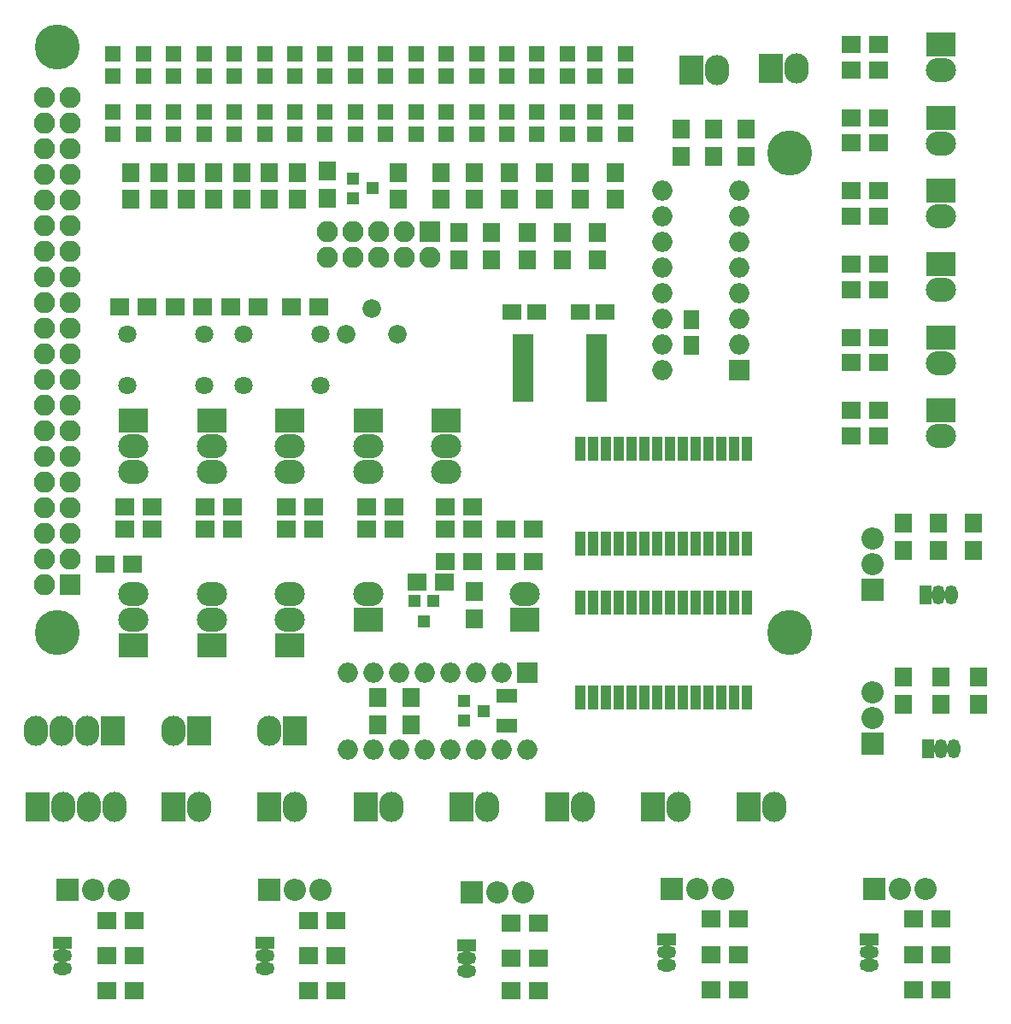
<source format=gbr>
G04 #@! TF.FileFunction,Soldermask,Top*
%FSLAX46Y46*%
G04 Gerber Fmt 4.6, Leading zero omitted, Abs format (unit mm)*
G04 Created by KiCad (PCBNEW 4.0.4-stable) date 06/24/17 02:30:33*
%MOMM*%
%LPD*%
G01*
G04 APERTURE LIST*
%ADD10C,0.100000*%
%ADD11R,3.000000X2.400000*%
%ADD12O,3.000000X2.400000*%
%ADD13R,2.200000X2.200000*%
%ADD14O,2.200000X2.200000*%
%ADD15C,4.464000*%
%ADD16R,1.700000X1.900000*%
%ADD17R,1.600000X1.600000*%
%ADD18R,2.000000X1.400000*%
%ADD19R,2.000000X2.000000*%
%ADD20O,2.000000X2.000000*%
%ADD21C,1.797000*%
%ADD22R,1.900000X1.700000*%
%ADD23R,2.400000X3.000000*%
%ADD24O,2.400000X3.000000*%
%ADD25R,2.100000X2.100000*%
%ADD26O,2.100000X2.100000*%
%ADD27R,2.150000X0.850000*%
%ADD28R,1.000000X2.400000*%
%ADD29C,1.840000*%
%ADD30O,1.900000X1.300000*%
%ADD31R,1.900000X1.300000*%
%ADD32O,1.300000X1.900000*%
%ADD33R,1.300000X1.900000*%
%ADD34R,1.900000X1.650000*%
%ADD35R,1.650000X1.900000*%
%ADD36R,1.300000X1.200000*%
%ADD37R,1.200000X1.300000*%
G04 APERTURE END LIST*
D10*
D11*
X67700000Y-90530000D03*
D12*
X67700000Y-87990000D03*
D11*
X59950000Y-70780000D03*
D12*
X59950000Y-73320000D03*
X59950000Y-75860000D03*
D13*
X102325000Y-117155000D03*
D14*
X104865000Y-117155000D03*
X107405000Y-117155000D03*
D13*
X82325000Y-117155000D03*
D14*
X84865000Y-117155000D03*
X87405000Y-117155000D03*
D13*
X102200000Y-102780000D03*
D14*
X102200000Y-100240000D03*
X102200000Y-97700000D03*
D13*
X62450000Y-117530000D03*
D14*
X64990000Y-117530000D03*
X67530000Y-117530000D03*
D13*
X42450000Y-117280000D03*
D14*
X44990000Y-117280000D03*
X47530000Y-117280000D03*
D13*
X22450000Y-117280000D03*
D14*
X24990000Y-117280000D03*
X27530000Y-117280000D03*
D13*
X102200000Y-87530000D03*
D14*
X102200000Y-84990000D03*
X102200000Y-82450000D03*
D15*
X93950000Y-44280000D03*
D16*
X69700000Y-46180000D03*
X69700000Y-48880000D03*
X67950000Y-52180000D03*
X67950000Y-54880000D03*
X66200000Y-46180000D03*
X66200000Y-48880000D03*
D17*
X65950000Y-42380000D03*
X65950000Y-40180000D03*
X59950000Y-42380000D03*
X59950000Y-40180000D03*
X62950000Y-42380000D03*
X62950000Y-40180000D03*
X65950000Y-34430000D03*
X65950000Y-36630000D03*
X62950000Y-34430000D03*
X62950000Y-36630000D03*
X59950000Y-34430000D03*
X59950000Y-36630000D03*
D15*
X93950000Y-91780000D03*
D16*
X61200000Y-52180000D03*
X61200000Y-54880000D03*
X59450000Y-46180000D03*
X59450000Y-48880000D03*
X64450000Y-52180000D03*
X64450000Y-54880000D03*
X62700000Y-46180000D03*
X62700000Y-48880000D03*
X71450000Y-52180000D03*
X71450000Y-54880000D03*
X74950000Y-52180000D03*
X74950000Y-54880000D03*
X73200000Y-46180000D03*
X73200000Y-48880000D03*
X76700000Y-46180000D03*
X76700000Y-48880000D03*
X39700000Y-46180000D03*
X39700000Y-48880000D03*
X42450000Y-46180000D03*
X42450000Y-48880000D03*
D17*
X47950000Y-42380000D03*
X47950000Y-40180000D03*
X50950000Y-42380000D03*
X50950000Y-40180000D03*
X53950000Y-42380000D03*
X53950000Y-40180000D03*
X56950000Y-42380000D03*
X56950000Y-40180000D03*
X47950000Y-34430000D03*
X47950000Y-36630000D03*
X50950000Y-34430000D03*
X50950000Y-36630000D03*
X53950000Y-34430000D03*
X53950000Y-36630000D03*
X56950000Y-34430000D03*
X56950000Y-36630000D03*
X68950000Y-42380000D03*
X68950000Y-40180000D03*
X77700000Y-42380000D03*
X77700000Y-40180000D03*
X71950000Y-42380000D03*
X71950000Y-40180000D03*
X74700000Y-42380000D03*
X74700000Y-40180000D03*
X68950000Y-34430000D03*
X68950000Y-36630000D03*
X71950000Y-34430000D03*
X71950000Y-36630000D03*
X77700000Y-34430000D03*
X77700000Y-36630000D03*
X74700000Y-34430000D03*
X74700000Y-36630000D03*
X38950000Y-42380000D03*
X38950000Y-40180000D03*
X41950000Y-42380000D03*
X41950000Y-40180000D03*
D18*
X65950000Y-101030000D03*
X65950000Y-98030000D03*
D15*
X21450000Y-33780000D03*
D19*
X88950000Y-65780000D03*
D20*
X81330000Y-48000000D03*
X88950000Y-63240000D03*
X81330000Y-50540000D03*
X88950000Y-60700000D03*
X81330000Y-53080000D03*
X88950000Y-58160000D03*
X81330000Y-55620000D03*
X88950000Y-55620000D03*
X81330000Y-58160000D03*
X88950000Y-53080000D03*
X81330000Y-60700000D03*
X88950000Y-50540000D03*
X81330000Y-63240000D03*
X88950000Y-48000000D03*
X81330000Y-65780000D03*
D21*
X39890000Y-67320000D03*
X39890000Y-62240000D03*
X47510000Y-67320000D03*
X47510000Y-62240000D03*
X28390000Y-67320000D03*
X28390000Y-62240000D03*
X36010000Y-67320000D03*
X36010000Y-62240000D03*
D22*
X41300000Y-59530000D03*
X38600000Y-59530000D03*
X44600000Y-59530000D03*
X47300000Y-59530000D03*
X33100000Y-59530000D03*
X35800000Y-59530000D03*
X30300000Y-59530000D03*
X27600000Y-59530000D03*
D16*
X28700000Y-46180000D03*
X28700000Y-48880000D03*
X31450000Y-46180000D03*
X31450000Y-48880000D03*
X34200000Y-46180000D03*
X34200000Y-48880000D03*
X36950000Y-46180000D03*
X36950000Y-48880000D03*
X45200000Y-46180000D03*
X45200000Y-48880000D03*
D17*
X26950000Y-42380000D03*
X26950000Y-40180000D03*
X29950000Y-42380000D03*
X29950000Y-40180000D03*
X32950000Y-42380000D03*
X32950000Y-40180000D03*
X35950000Y-42380000D03*
X35950000Y-40180000D03*
X26950000Y-34430000D03*
X26950000Y-36630000D03*
X29950000Y-34430000D03*
X29950000Y-36630000D03*
X32950000Y-34430000D03*
X32950000Y-36630000D03*
X35950000Y-34430000D03*
X35950000Y-36630000D03*
X38950000Y-34430000D03*
X38950000Y-36630000D03*
X41950000Y-34430000D03*
X41950000Y-36630000D03*
X44950000Y-34430000D03*
X44950000Y-36630000D03*
X44950000Y-42380000D03*
X44950000Y-40180000D03*
D11*
X52200000Y-90530000D03*
D12*
X52200000Y-87990000D03*
D23*
X70950000Y-109030000D03*
D24*
X73490000Y-109030000D03*
D23*
X61450000Y-109030000D03*
D24*
X63990000Y-109030000D03*
D23*
X51950000Y-109030000D03*
D24*
X54490000Y-109030000D03*
D23*
X42450000Y-109030000D03*
D24*
X44990000Y-109030000D03*
D23*
X32950000Y-109030000D03*
D24*
X35490000Y-109030000D03*
D11*
X28950000Y-93030000D03*
D12*
X28950000Y-90490000D03*
X28950000Y-87950000D03*
D11*
X36700000Y-93030000D03*
D12*
X36700000Y-90490000D03*
X36700000Y-87950000D03*
D11*
X44450000Y-93030000D03*
D12*
X44450000Y-90490000D03*
X44450000Y-87950000D03*
D23*
X92075000Y-35905000D03*
D24*
X94615000Y-35905000D03*
D11*
X108950000Y-33530000D03*
D12*
X108950000Y-36070000D03*
D11*
X108950000Y-40780000D03*
D12*
X108950000Y-43320000D03*
D11*
X108950000Y-48030000D03*
D12*
X108950000Y-50570000D03*
D11*
X108950000Y-55280000D03*
D12*
X108950000Y-57820000D03*
D11*
X108950000Y-62530000D03*
D12*
X108950000Y-65070000D03*
D11*
X108950000Y-69780000D03*
D12*
X108950000Y-72320000D03*
D23*
X44950000Y-101530000D03*
D24*
X42410000Y-101530000D03*
D23*
X84200000Y-36030000D03*
D24*
X86740000Y-36030000D03*
D25*
X58350000Y-52030000D03*
D26*
X58350000Y-54570000D03*
X55810000Y-52030000D03*
X55810000Y-54570000D03*
X53270000Y-52030000D03*
X53270000Y-54570000D03*
X50730000Y-52030000D03*
X50730000Y-54570000D03*
X48190000Y-52030000D03*
X48190000Y-54570000D03*
D23*
X89950000Y-109030000D03*
D24*
X92490000Y-109030000D03*
D23*
X80450000Y-109030000D03*
D24*
X82990000Y-109030000D03*
D23*
X19450000Y-109030000D03*
D24*
X21990000Y-109030000D03*
X24530000Y-109030000D03*
X27070000Y-109030000D03*
D23*
X26950000Y-101530000D03*
D24*
X24410000Y-101530000D03*
X21870000Y-101530000D03*
X19330000Y-101530000D03*
D27*
X67600000Y-62605000D03*
X67600000Y-63255000D03*
X67600000Y-63905000D03*
X67600000Y-64555000D03*
X67600000Y-65205000D03*
X67600000Y-65855000D03*
X67600000Y-66505000D03*
X67600000Y-67155000D03*
X67600000Y-67805000D03*
X67600000Y-68455000D03*
X74800000Y-68455000D03*
X74800000Y-67805000D03*
X74800000Y-67155000D03*
X74800000Y-66505000D03*
X74800000Y-65855000D03*
X74800000Y-65205000D03*
X74800000Y-64555000D03*
X74800000Y-63905000D03*
X74800000Y-63255000D03*
X74800000Y-62605000D03*
D28*
X89705000Y-73580000D03*
X88435000Y-73580000D03*
X87165000Y-73580000D03*
X85895000Y-73580000D03*
X84625000Y-73580000D03*
X83355000Y-73580000D03*
X82085000Y-73580000D03*
X80815000Y-73580000D03*
X79545000Y-73580000D03*
X78275000Y-73580000D03*
X77005000Y-73580000D03*
X75735000Y-73580000D03*
X74465000Y-73580000D03*
X73195000Y-73580000D03*
X73195000Y-82980000D03*
X74465000Y-82980000D03*
X75735000Y-82980000D03*
X77005000Y-82980000D03*
X78275000Y-82980000D03*
X79545000Y-82980000D03*
X80815000Y-82980000D03*
X82085000Y-82980000D03*
X83355000Y-82980000D03*
X84625000Y-82980000D03*
X85895000Y-82980000D03*
X87165000Y-82980000D03*
X88435000Y-82980000D03*
X89705000Y-82980000D03*
D29*
X50070000Y-62230000D03*
X52610000Y-59690000D03*
X55150000Y-62230000D03*
D22*
X108925000Y-127155000D03*
X106225000Y-127155000D03*
X88925000Y-127155000D03*
X86225000Y-127155000D03*
X69050000Y-127280000D03*
X66350000Y-127280000D03*
X49050000Y-127280000D03*
X46350000Y-127280000D03*
X29050000Y-127280000D03*
X26350000Y-127280000D03*
X108925000Y-123655000D03*
X106225000Y-123655000D03*
X88925000Y-123655000D03*
X86225000Y-123655000D03*
X69050000Y-124030000D03*
X66350000Y-124030000D03*
X49050000Y-123780000D03*
X46350000Y-123780000D03*
X29050000Y-123780000D03*
X26350000Y-123780000D03*
X106225000Y-120155000D03*
X108925000Y-120155000D03*
X86225000Y-120155000D03*
X88925000Y-120155000D03*
X66350000Y-120530000D03*
X69050000Y-120530000D03*
X46350000Y-120280000D03*
X49050000Y-120280000D03*
X26350000Y-120280000D03*
X29050000Y-120280000D03*
X59800000Y-86780000D03*
X57100000Y-86780000D03*
X62550000Y-84780000D03*
X59850000Y-84780000D03*
D16*
X112200000Y-80930000D03*
X112200000Y-83630000D03*
X112700000Y-96180000D03*
X112700000Y-98880000D03*
X108700000Y-80930000D03*
X108700000Y-83630000D03*
X108950000Y-96180000D03*
X108950000Y-98880000D03*
X62700000Y-90380000D03*
X62700000Y-87680000D03*
X105200000Y-83630000D03*
X105200000Y-80930000D03*
X105200000Y-98880000D03*
X105200000Y-96180000D03*
D22*
X28100000Y-79280000D03*
X30800000Y-79280000D03*
D16*
X83200000Y-44630000D03*
X83200000Y-41930000D03*
D22*
X28100000Y-81530000D03*
X30800000Y-81530000D03*
X102800000Y-57780000D03*
X100100000Y-57780000D03*
X102800000Y-55280000D03*
X100100000Y-55280000D03*
X68550000Y-84780000D03*
X65850000Y-84780000D03*
X68550000Y-81530000D03*
X65850000Y-81530000D03*
D16*
X89700000Y-41930000D03*
X89700000Y-44630000D03*
X86450000Y-41930000D03*
X86450000Y-44630000D03*
D22*
X102800000Y-43280000D03*
X100100000Y-43280000D03*
X102800000Y-65030000D03*
X100100000Y-65030000D03*
X102800000Y-40780000D03*
X100100000Y-40780000D03*
X102800000Y-62530000D03*
X100100000Y-62530000D03*
D16*
X53200000Y-98180000D03*
X53200000Y-100880000D03*
X56450000Y-98180000D03*
X56450000Y-100880000D03*
X55200000Y-48880000D03*
X55200000Y-46180000D03*
X48150000Y-46080000D03*
X48150000Y-48780000D03*
D22*
X26200000Y-85030000D03*
X28900000Y-85030000D03*
X102800000Y-36030000D03*
X100100000Y-36030000D03*
X102800000Y-50530000D03*
X100100000Y-50530000D03*
X102800000Y-72280000D03*
X100100000Y-72280000D03*
X102800000Y-33530000D03*
X100100000Y-33530000D03*
X102800000Y-48030000D03*
X100100000Y-48030000D03*
X102800000Y-69780000D03*
X100100000Y-69780000D03*
D30*
X101825000Y-123425000D03*
X101825000Y-124695000D03*
D31*
X101825000Y-122155000D03*
D30*
X81825000Y-123425000D03*
X81825000Y-124695000D03*
D31*
X81825000Y-122155000D03*
D30*
X61950000Y-124050000D03*
X61950000Y-125320000D03*
D31*
X61950000Y-122780000D03*
D30*
X41950000Y-123800000D03*
X41950000Y-125070000D03*
D31*
X41950000Y-122530000D03*
D30*
X21950000Y-123800000D03*
X21950000Y-125070000D03*
D31*
X21950000Y-122530000D03*
D32*
X108720000Y-88030000D03*
X109990000Y-88030000D03*
D33*
X107450000Y-88030000D03*
D32*
X108970000Y-103280000D03*
X110240000Y-103280000D03*
D33*
X107700000Y-103280000D03*
D25*
X22700000Y-87030000D03*
D26*
X20160000Y-87030000D03*
X22700000Y-84490000D03*
X20160000Y-84490000D03*
X22700000Y-81950000D03*
X20160000Y-81950000D03*
X22700000Y-79410000D03*
X20160000Y-79410000D03*
X22700000Y-76870000D03*
X20160000Y-76870000D03*
X22700000Y-74330000D03*
X20160000Y-74330000D03*
X22700000Y-71790000D03*
X20160000Y-71790000D03*
X22700000Y-69250000D03*
X20160000Y-69250000D03*
X22700000Y-66710000D03*
X20160000Y-66710000D03*
X22700000Y-64170000D03*
X20160000Y-64170000D03*
X22700000Y-61630000D03*
X20160000Y-61630000D03*
X22700000Y-59090000D03*
X20160000Y-59090000D03*
X22700000Y-56550000D03*
X20160000Y-56550000D03*
X22700000Y-54010000D03*
X20160000Y-54010000D03*
X22700000Y-51470000D03*
X20160000Y-51470000D03*
X22700000Y-48930000D03*
X20160000Y-48930000D03*
X22700000Y-46390000D03*
X20160000Y-46390000D03*
X22700000Y-43850000D03*
X20160000Y-43850000D03*
X22700000Y-41310000D03*
X20160000Y-41310000D03*
X22700000Y-38770000D03*
X20160000Y-38770000D03*
D34*
X75700000Y-60030000D03*
X73200000Y-60030000D03*
X68950000Y-60030000D03*
X66450000Y-60030000D03*
D35*
X84200000Y-63280000D03*
X84200000Y-60780000D03*
D19*
X67950000Y-95780000D03*
D20*
X50170000Y-103400000D03*
X65410000Y-95780000D03*
X52710000Y-103400000D03*
X62870000Y-95780000D03*
X55250000Y-103400000D03*
X60330000Y-95780000D03*
X57790000Y-103400000D03*
X57790000Y-95780000D03*
X60330000Y-103400000D03*
X55250000Y-95780000D03*
X62870000Y-103400000D03*
X52710000Y-95780000D03*
X65410000Y-103400000D03*
X50170000Y-95780000D03*
X67950000Y-103400000D03*
D28*
X89705000Y-88830000D03*
X88435000Y-88830000D03*
X87165000Y-88830000D03*
X85895000Y-88830000D03*
X84625000Y-88830000D03*
X83355000Y-88830000D03*
X82085000Y-88830000D03*
X80815000Y-88830000D03*
X79545000Y-88830000D03*
X78275000Y-88830000D03*
X77005000Y-88830000D03*
X75735000Y-88830000D03*
X74465000Y-88830000D03*
X73195000Y-88830000D03*
X73195000Y-98230000D03*
X74465000Y-98230000D03*
X75735000Y-98230000D03*
X77005000Y-98230000D03*
X78275000Y-98230000D03*
X79545000Y-98230000D03*
X80815000Y-98230000D03*
X82085000Y-98230000D03*
X83355000Y-98230000D03*
X84625000Y-98230000D03*
X85895000Y-98230000D03*
X87165000Y-98230000D03*
X88435000Y-98230000D03*
X89705000Y-98230000D03*
D15*
X21450000Y-91780000D03*
D36*
X50700000Y-46830000D03*
X50700000Y-48730000D03*
X52700000Y-47780000D03*
X61700000Y-98580000D03*
X61700000Y-100480000D03*
X63700000Y-99530000D03*
D37*
X58700000Y-88630000D03*
X56800000Y-88630000D03*
X57750000Y-90630000D03*
D22*
X36100000Y-81530000D03*
X38800000Y-81530000D03*
X36100000Y-79280000D03*
X38800000Y-79280000D03*
X44100000Y-81530000D03*
X46800000Y-81530000D03*
X44100000Y-79280000D03*
X46800000Y-79280000D03*
X52100000Y-81530000D03*
X54800000Y-81530000D03*
X52100000Y-79280000D03*
X54800000Y-79280000D03*
X59850000Y-81530000D03*
X62550000Y-81530000D03*
X59850000Y-79280000D03*
X62550000Y-79280000D03*
D23*
X35450000Y-101530000D03*
D24*
X32910000Y-101530000D03*
D11*
X28950000Y-70780000D03*
D12*
X28950000Y-73320000D03*
X28950000Y-75860000D03*
D11*
X36700000Y-70780000D03*
D12*
X36700000Y-73320000D03*
X36700000Y-75860000D03*
D11*
X44450000Y-70780000D03*
D12*
X44450000Y-73320000D03*
X44450000Y-75860000D03*
D11*
X52200000Y-70780000D03*
D12*
X52200000Y-73320000D03*
X52200000Y-75860000D03*
M02*

</source>
